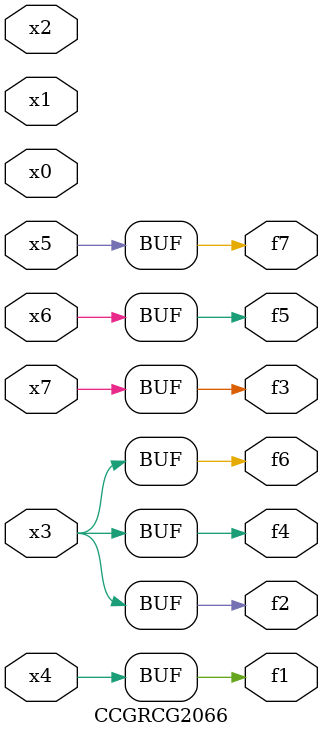
<source format=v>
module CCGRCG2066(
	input x0, x1, x2, x3, x4, x5, x6, x7,
	output f1, f2, f3, f4, f5, f6, f7
);
	assign f1 = x4;
	assign f2 = x3;
	assign f3 = x7;
	assign f4 = x3;
	assign f5 = x6;
	assign f6 = x3;
	assign f7 = x5;
endmodule

</source>
